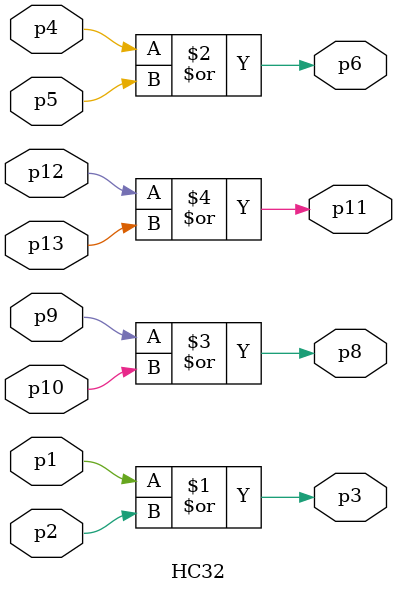
<source format=v>

module HC32(
    input wire p1,p2,
    input wire p4,p5,
    input wire p9,p10,
    input wire p12,p13,
    output wire p3,p6,p8,p11
);

assign p3=p1 | p2;
assign p6=p4 | p5;
assign p8=p9 | p10;
assign p11=p12 | p13;

endmodule
</source>
